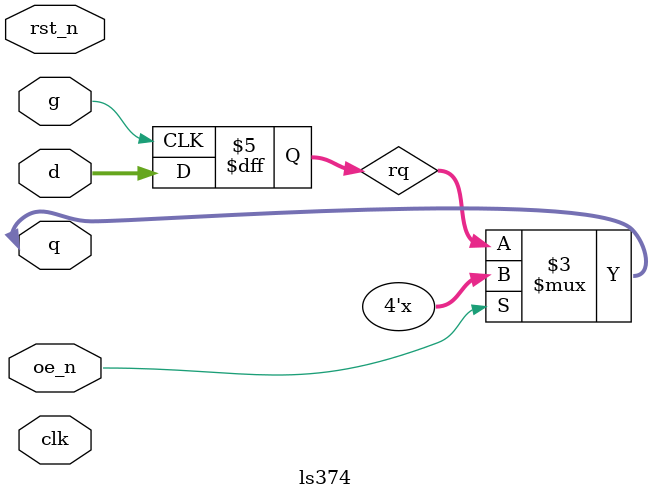
<source format=v>
/*
 * ls374:
 * d-type transparent latch
 */
module ls374(
		  clk,
		  rst_n,
	     d,
	     q,
	     g,
	     oe_n
	     );

	input clk;
	input rst_n;
   input [3:0]  d;
   inout tri [3:0] 	q;
   input 	g;
   input 	oe_n;

   wire 	oe;
   reg [3:0] 	rq;
   wire [3:0] rin;
	
	assign rin = g ? d : rq;
   assign oe = ~oe_n;
   assign q = (oe) ? rq : 4'bzzzz;
	
   // D-Latch
   always @(negedge g) begin
		rq <= d;
   end

endmodule // ls374


</source>
